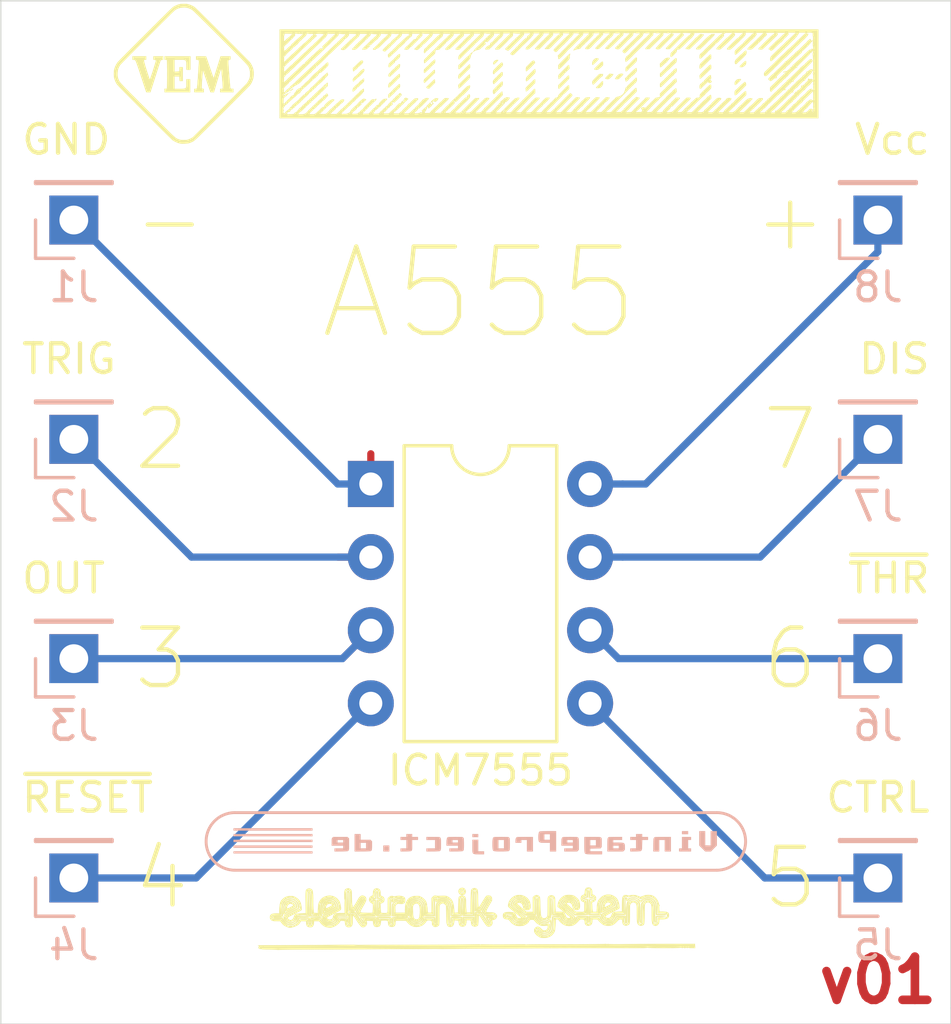
<source format=kicad_pcb>
(kicad_pcb (version 20171130) (host pcbnew "(5.1.2)-1")
  (title_block (title "NKM 555 Module") (date 2019-05-01) (rev v01) (company VintageProject) (comment 2 "VEB Numerik Karl Marx") (comment 3 "NKM Baukasten 100/150") (comment 4 "555 IC Module"))
  (layers (0 F.Cu signal) (31 B.Cu signal) (34 B.Paste user) (35 F.Paste user) (36 B.SilkS user) (37 F.SilkS user) (38 B.Mask user) (39 F.Mask user) (44 Edge.Cuts user))
  (net 0 "")
  (net 1 "Net-(J1-Pad1)")
  (net 2 "Net-(J2-Pad1)")
  (net 3 "Net-(J3-Pad1)")
  (net 4 "Net-(J4-Pad1)")
  (net 5 "Net-(J5-Pad1)")
  (net 6 "Net-(J6-Pad1)")
  (net 7 "Net-(J7-Pad1)")
  (net 8 "Net-(J8-Pad1)")
  (module Thilo_Lib:numerik_4000dpi (layer F.Cu) (at 168.91 60.96)
    (fp_text reference G*** hide)
    (fp_text value LOGO hide)
  )
  (module Thilo_Lib:Logo_elektroniksystem_15mm (layer F.Cu) (at 166.37 90.17)
    (fp_text reference G*** hide)
    (fp_text value LOGO hide)
  )
  (module Thilo_Lib:Logo_VEM2 (layer F.Cu) (at 156.21 60.96)
    (fp_text reference G*** hide)
    (fp_text value LOGO hide)
  )
  (module Thilo_Lib:LOGO_VintageProject_F.SilkS (layer B.Cu) (at 166.37 87.63 180)
    (fp_text reference G*** hide)
    (fp_text value LOGO_VintageProject_F.SilkS hide)
  )
  (module Connector_PinHeader_2.54mm:PinHeader_1x01_P2.54mm_Vertical (layer B.Cu) (at 152.4 66.04)
    (fp_text reference J1 (at 0 2.33) (layer B.SilkS) (effects (justify mirror)))
    (fp_text value Conn_01x01_Male hide)
    (pad 1 thru_hole rect (at 0 0) (size 1.7 1.7) (drill 1) (layers *.Cu *.Mask) (net 1 "Net-(J1-Pad1)"))
  )
  (module Connector_PinHeader_2.54mm:PinHeader_1x01_P2.54mm_Vertical (layer B.Cu) (at 152.4 73.66)
    (fp_text reference J2 (at 0 2.33) (layer B.SilkS) (effects (justify mirror)))
    (fp_text value Conn_01x01_Male hide)
    (pad 1 thru_hole rect (at 0 0) (size 1.7 1.7) (drill 1) (layers *.Cu *.Mask) (net 2 "Net-(J2-Pad1)"))
  )
  (module Connector_PinHeader_2.54mm:PinHeader_1x01_P2.54mm_Vertical (layer B.Cu) (at 152.4 81.28)
    (fp_text reference J3 (at 0 2.33) (layer B.SilkS) (effects (justify mirror)))
    (fp_text value Conn_01x01_Male hide)
    (pad 1 thru_hole rect (at 0 0) (size 1.7 1.7) (drill 1) (layers *.Cu *.Mask) (net 3 "Net-(J3-Pad1)"))
  )
  (module Connector_PinHeader_2.54mm:PinHeader_1x01_P2.54mm_Vertical (layer B.Cu) (at 152.4 88.9)
    (fp_text reference J4 (at 0 2.33) (layer B.SilkS) (effects (justify mirror)))
    (fp_text value Conn_01x01_Male hide)
    (pad 1 thru_hole rect (at 0 0) (size 1.7 1.7) (drill 1) (layers *.Cu *.Mask) (net 4 "Net-(J4-Pad1)"))
  )
  (module Connector_PinHeader_2.54mm:PinHeader_1x01_P2.54mm_Vertical (layer B.Cu) (at 180.34 88.9)
    (fp_text reference J5 (at 0 2.33) (layer B.SilkS) (effects (justify mirror)))
    (fp_text value Conn_01x01_Male hide)
    (pad 1 thru_hole rect (at 0 0) (size 1.7 1.7) (drill 1) (layers *.Cu *.Mask) (net 5 "Net-(J5-Pad1)"))
  )
  (module Connector_PinHeader_2.54mm:PinHeader_1x01_P2.54mm_Vertical (layer B.Cu) (at 180.34 81.28)
    (fp_text reference J6 (at 0 2.33) (layer B.SilkS) (effects (justify mirror)))
    (fp_text value Conn_01x01_Male hide)
    (pad 1 thru_hole rect (at 0 0) (size 1.7 1.7) (drill 1) (layers *.Cu *.Mask) (net 6 "Net-(J6-Pad1)"))
  )
  (module Connector_PinHeader_2.54mm:PinHeader_1x01_P2.54mm_Vertical (layer B.Cu) (at 180.34 73.66)
    (fp_text reference J7 (at 0 2.33) (layer B.SilkS) (effects (justify mirror)))
    (fp_text value Conn_01x01_Male hide)
    (pad 1 thru_hole rect (at 0 0) (size 1.7 1.7) (drill 1) (layers *.Cu *.Mask) (net 7 "Net-(J7-Pad1)"))
  )
  (module Connector_PinHeader_2.54mm:PinHeader_1x01_P2.54mm_Vertical (layer B.Cu) (at 180.34 66.04)
    (fp_text reference J8 (at 0 2.33) (layer B.SilkS) (effects (justify mirror)))
    (fp_text value Conn_01x01_Male hide)
    (pad 1 thru_hole rect (at 0 0) (size 1.7 1.7) (drill 1) (layers *.Cu *.Mask) (net 8 "Net-(J8-Pad1)"))
  )
  (module Package_DIP:DIP-8_W7.62mm (layer F.Cu) (at 162.719955 75.2112)
    (fp_text reference U1)
    (fp_text value ICM7555 (at 3.81 9.95) (layer F.SilkS))
    (pad 1 thru_hole rect (at 0 0) (size 1.6 1.6) (drill 0.8) (layers *.Cu *.Mask) (net 1 "Net-(J1-Pad1)"))
    (pad 5 thru_hole oval (at 7.62 7.62) (size 1.6 1.6) (drill 0.8) (layers *.Cu *.Mask) (net 5 "Net-(J5-Pad1)"))
    (pad 2 thru_hole oval (at 0 2.54) (size 1.6 1.6) (drill 0.8) (layers *.Cu *.Mask) (net 2 "Net-(J2-Pad1)"))
    (pad 6 thru_hole oval (at 7.62 5.08) (size 1.6 1.6) (drill 0.8) (layers *.Cu *.Mask) (net 6 "Net-(J6-Pad1)"))
    (pad 3 thru_hole oval (at 0 5.08) (size 1.6 1.6) (drill 0.8) (layers *.Cu *.Mask) (net 3 "Net-(J3-Pad1)"))
    (pad 7 thru_hole oval (at 7.62 2.54) (size 1.6 1.6) (drill 0.8) (layers *.Cu *.Mask) (net 7 "Net-(J7-Pad1)"))
    (pad 4 thru_hole oval (at 0 7.62) (size 1.6 1.6) (drill 0.8) (layers *.Cu *.Mask) (net 4 "Net-(J4-Pad1)"))
    (pad 8 thru_hole oval (at 7.62 0) (size 1.6 1.6) (drill 0.8) (layers *.Cu *.Mask) (net 8 "Net-(J8-Pad1)"))
  )
  (gr_text v01 (at 180.34 92.456) (layer F.Cu) (effects (font (size 1.5 1.5) (thickness 0.3))))
  (gr_text OUT (at 152.042762 78.486) (layer F.SilkS) (effects (font (size 1 1))))
  (gr_text ~RESET (at 152.876096 86.106) (layer F.SilkS) (effects (font (size 1 1))))
  (gr_text GND (at 152.138 63.246) (layer F.SilkS) (effects (font (size 1 1))))
  (gr_text TRIG (at 152.233238 70.866) (layer F.SilkS) (effects (font (size 1 1))))
  (gr_text CTRL (at 180.34 86.106) (layer F.SilkS) (effects (font (size 1 1))))
  (gr_text Vcc (at 180.84 63.246) (layer F.SilkS) (effects (font (size 1 1))))
  (gr_text DIS (at 180.911429 70.866) (layer F.SilkS) (effects (font (size 1 1))))
  (gr_text ~THR (at 180.720953 78.486) (layer F.SilkS) (effects (font (size 1 1))))
  (gr_text 7 (at 177.292 73.66) (layer F.SilkS) (effects (font (size 2 2))))
  (gr_text 6 (at 177.292 81.28) (layer F.SilkS) (effects (font (size 2 2))))
  (gr_text 5 (at 177.292 88.9) (layer F.SilkS) (effects (font (size 2 2))))
  (gr_text + (at 177.292 66.04) (layer F.SilkS) (effects (font (size 2 2))))
  (gr_text 4 (at 155.448 88.9) (layer F.SilkS) (effects (font (size 2 2))))
  (gr_text 3 (at 155.448 81.28) (layer F.SilkS) (effects (font (size 2 2))))
  (gr_text 2 (at 155.448 73.66) (layer F.SilkS) (effects (font (size 2 2))))
  (gr_text - (at 155.733714 66.04) (layer F.SilkS) (effects (font (size 2 2))))
  (gr_line (start 182.88 58.42) (end 182.86 58.42) (layer Edge.Cuts) (width 0.05))
  (gr_line (start 182.88 93.98) (end 182.88 93.42) (layer Edge.Cuts) (width 0.05))
  (gr_line (start 149.86 93.98) (end 182.88 93.98) (layer Edge.Cuts) (width 0.05))
  (gr_line (start 149.86 58.42) (end 149.86 93.98) (layer Edge.Cuts) (width 0.05))
  (gr_line (start 182.88 58.42) (end 182.88 93.42) (layer Edge.Cuts) (width 0.05))
  (gr_line (start 149.86 58.42) (end 182.86 58.42) (layer Edge.Cuts) (width 0.05))
  (gr_text A555 (at 166.497769 68.58) (layer F.SilkS) (effects (font (size 3 3))))
  (segment (start 162.719955 74.1612) (end 162.719955 75.2112) (width 0.25) (layer F.Cu) (net 1))
  (segment (start 161.5712 75.2112) (end 162.719955 75.2112) (width 0.25) (layer B.Cu) (net 1))
  (segment (start 152.4 66.04) (end 161.5712 75.2112) (width 0.25) (layer B.Cu) (net 1))
  (segment (start 161.5712 77.7512) (end 162.719955 77.7512) (width 0.25) (layer F.Cu) (net 2))
  (segment (start 156.4912 77.7512) (end 162.719955 77.7512) (width 0.25) (layer B.Cu) (net 2))
  (segment (start 152.4 73.66) (end 156.4912 77.7512) (width 0.25) (layer B.Cu) (net 2))
  (segment (start 161.731155 81.28) (end 162.719955 80.2912) (width 0.25) (layer F.Cu) (net 3))
  (segment (start 161.731155 81.28) (end 162.719955 80.2912) (width 0.25) (layer B.Cu) (net 3))
  (segment (start 152.4 81.28) (end 161.731155 81.28) (width 0.25) (layer B.Cu) (net 3))
  (segment (start 156.651155 88.9) (end 162.719955 82.8312) (width 0.25) (layer B.Cu) (net 4))
  (segment (start 152.4 88.9) (end 156.651155 88.9) (width 0.25) (layer B.Cu) (net 4))
  (segment (start 176.408755 88.9) (end 170.339955 82.8312) (width 0.25) (layer B.Cu) (net 5))
  (segment (start 180.34 88.9) (end 176.408755 88.9) (width 0.25) (layer B.Cu) (net 5))
  (segment (start 171.328755 81.28) (end 170.339955 80.2912) (width 0.25) (layer B.Cu) (net 6))
  (segment (start 180.34 81.28) (end 171.328755 81.28) (width 0.25) (layer B.Cu) (net 6))
  (segment (start 171.471325 77.7512) (end 170.339955 77.7512) (width 0.25) (layer B.Cu) (net 7))
  (segment (start 180.34 73.66) (end 176.2488 77.7512) (width 0.25) (layer B.Cu) (net 7))
  (segment (start 176.2488 77.7512) (end 171.471325 77.7512) (width 0.25) (layer B.Cu) (net 7))
  (segment (start 171.471325 75.2112) (end 170.339955 75.2112) (width 0.25) (layer B.Cu) (net 8))
  (segment (start 172.2688 75.2112) (end 171.471325 75.2112) (width 0.25) (layer B.Cu) (net 8))
  (segment (start 180.34 67.14) (end 172.2688 75.2112) (width 0.25) (layer B.Cu) (net 8))
  (segment (start 180.34 66.04) (end 180.34 67.14) (width 0.25) (layer B.Cu) (net 8))
)
</source>
